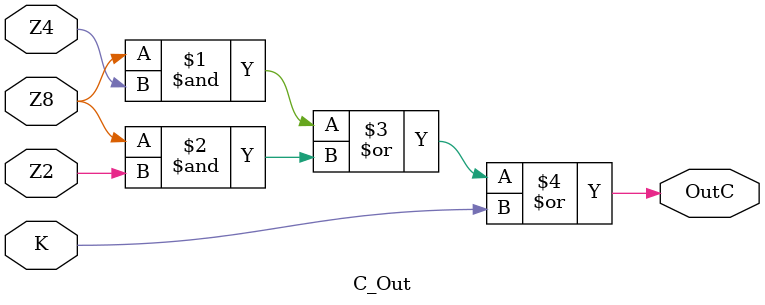
<source format=v>
`timescale 1ns / 1ps
module C_Out(Z2, Z4, Z8, K, OutC);
input Z2, Z4, Z8, K;
output OutC;

assign OutC= (Z8 & Z4) | (Z8 & Z2) | K;


endmodule

</source>
